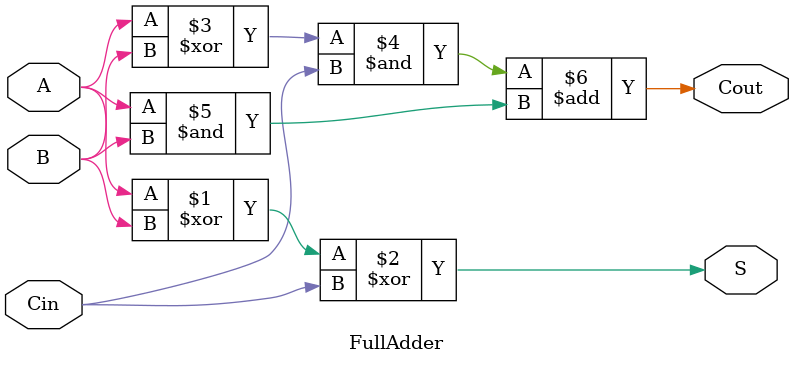
<source format=v>
module ALU_LEGv8(A, B, FS, C0, F, status);
	input [63:0] A, B;
	input [4:0]FS;
	// FS0 - b invert
	// FS1 - a invert
	// FS4:2 - op. select
	//   000 - AND
	//   001 - OR
	//   010 - ADD
	//   011 - XOR
	//   100 - shift left
	//   101 - shift right
	//   110 - none / 0
	//   111 - none / 0
	input C0;
	output [63:0]F;
	output [3:0]status;
	
	wire Z, N, C, V;
	assign status = {V, C, N, Z};
	
	wire [63:0] A_Signal, B_Signal;
	// A Mux
	assign A_Signal = FS[1] ? ~A : A;
	// B Mux
	assign B_Signal = FS[0] ? ~B : B;
	
	assign N = F[63];
	
	assign Z = (F == 64'b0) ? 1'b1 : 1'b0;
	
	assign V = ~(A_Signal[63] ^ B_Signal[63]) &  (F[63] ^ A_Signal[63]);
	
	wire [63:0]and_output, or_output, xor_output, add_output, shift_left, shift_right;
	assign and_output = A_Signal & B_Signal;
	assign or_output = A_Signal | B_Signal;
	assign xor_output = A_Signal ^ B_Signal;
	//Adder(S, Cout, A, B, Cin)
	Adder adder_inst (add_output, C, A_Signal, B_Signal, C0);
	Shifter shift_inst (shift_left, shift_right, A, B[5:0]);
	
	Mux8to1Nbit main_mux (F, FS[4:2], and_output, or_output, add_output, xor_output, shift_left, shift_right, 64'b0, 64'b0);
endmodule

module Shifter(left, right, A, shift_amount);
	input [63:0] A;
	input [5:0] shift_amount;
	output wire [63:0] left, right;
	
	assign left = A << shift_amount;
	assign right = A >> shift_amount;
endmodule

module Adder(S, Cout, A, B, Cin);
	input [63:0] A, B;
	input Cin;
	output [63:0] S;
	output Cout;
	
	wire [64:0]carry;
	assign carry[0] = Cin;
	assign Cout = carry[64];
	// use generate block to instantiate 64 full adders
	genvar i;
	generate
	for (i=0; i<64; i=i+1) begin: full_adders // blocks within a generate block need to be named
		FullAdder adder_inst (S[i], carry[i+1], A[i], B[i], carry[i]);	
	end
	endgenerate
	// this will generate the following code:
	// FullAdder full_adders[0].adder_inst (S[0], carry[1], A[0], B[0], carry[0]);
	// FullAdder full_adders[1].adder_inst (S[1], carry[2], A[1], B[1], carry[1]);
	// ...
	// FullAdder full_adders[63].adder_inst (S[63], carry[64], A[63], B[63], carry[63]);
endmodule

module FullAdder(S, Cout, A, B, Cin);
	input A, B, Cin;
	output S, Cout;
	
	assign S = A ^ B ^ Cin;
	assign Cout = ((A^B)&Cin) + (A&B);
endmodule

</source>
